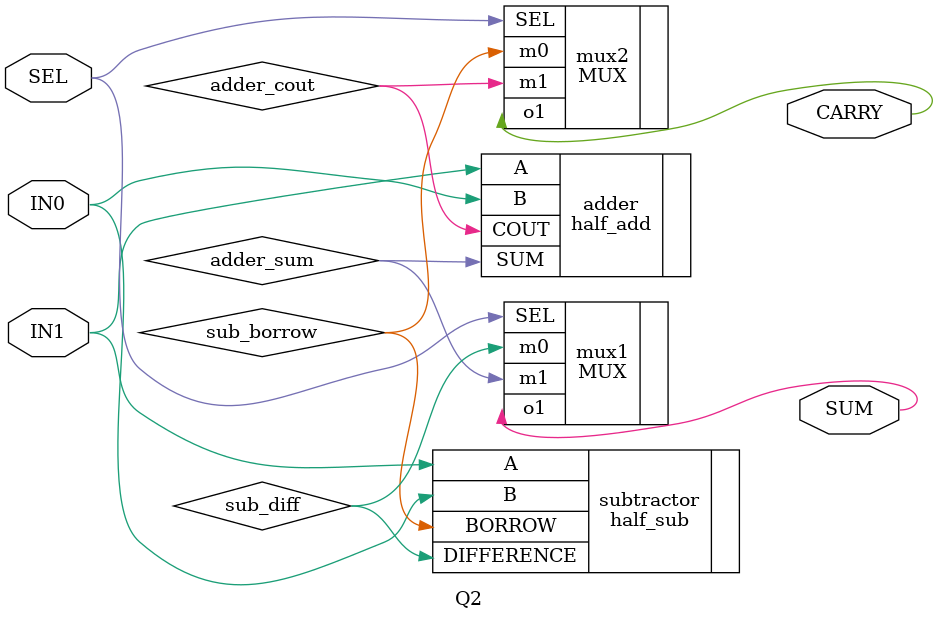
<source format=v>
module Q2 (input IN0, IN1, SEL, output SUM, CARRY);
	wire adder_sum, adder_cout, sub_diff, sub_borrow;
	
	half_add adder ( .A (IN1), .B (IN0), .SUM (adder_sum), .COUT (adder_cout));
	half_sub subtractor ( .B (IN0), .A (IN1), .BORROW (sub_borrow), .DIFFERENCE (sub_diff));
	
	MUX mux1 ( .m0 (sub_diff), .m1 (adder_sum), .SEL (SEL), .o1 (SUM));
	MUX mux2 ( .m0 (sub_borrow), .m1 (adder_cout), .SEL (SEL), .o1 (CARRY));
endmodule

</source>
